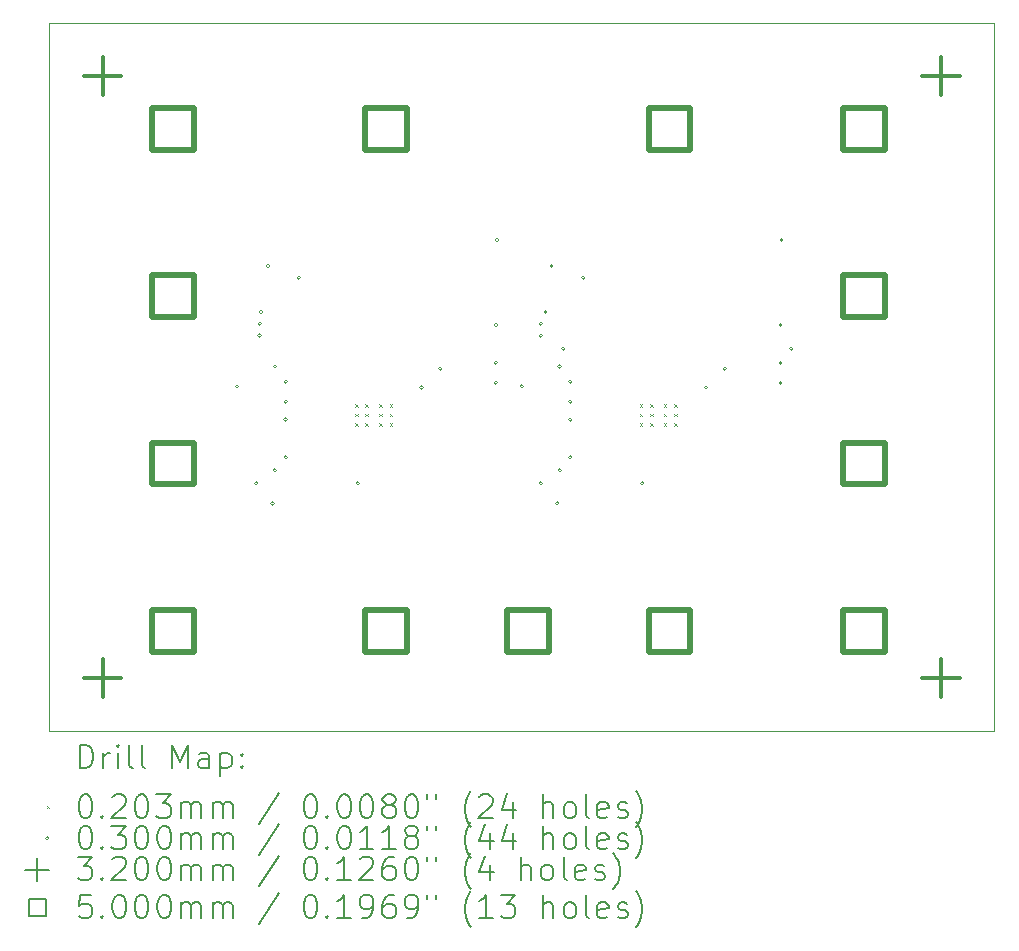
<source format=gbr>
%TF.GenerationSoftware,KiCad,Pcbnew,9.0.4*%
%TF.CreationDate,2025-10-02T00:25:32-07:00*%
%TF.ProjectId,PowerBoard,506f7765-7242-46f6-9172-642e6b696361,1*%
%TF.SameCoordinates,Original*%
%TF.FileFunction,Drillmap*%
%TF.FilePolarity,Positive*%
%FSLAX45Y45*%
G04 Gerber Fmt 4.5, Leading zero omitted, Abs format (unit mm)*
G04 Created by KiCad (PCBNEW 9.0.4) date 2025-10-02 00:25:32*
%MOMM*%
%LPD*%
G01*
G04 APERTURE LIST*
%ADD10C,0.050000*%
%ADD11C,0.200000*%
%ADD12C,0.100000*%
%ADD13C,0.320000*%
%ADD14C,0.500000*%
G04 APERTURE END LIST*
D10*
X10800000Y-7250000D02*
X18800000Y-7250000D01*
X18800000Y-13250000D01*
X10800000Y-13250000D01*
X10800000Y-7250000D01*
D11*
D12*
X13390485Y-10480515D02*
X13410805Y-10500835D01*
X13410805Y-10480515D02*
X13390485Y-10500835D01*
X13390485Y-10560515D02*
X13410805Y-10580835D01*
X13410805Y-10560515D02*
X13390485Y-10580835D01*
X13390485Y-10640515D02*
X13410805Y-10660835D01*
X13410805Y-10640515D02*
X13390485Y-10660835D01*
X13476485Y-10480515D02*
X13496805Y-10500835D01*
X13496805Y-10480515D02*
X13476485Y-10500835D01*
X13476485Y-10560515D02*
X13496805Y-10580835D01*
X13496805Y-10560515D02*
X13476485Y-10580835D01*
X13476485Y-10640515D02*
X13496805Y-10660835D01*
X13496805Y-10640515D02*
X13476485Y-10660835D01*
X13594484Y-10480515D02*
X13614804Y-10500835D01*
X13614804Y-10480515D02*
X13594484Y-10500835D01*
X13594484Y-10560515D02*
X13614804Y-10580835D01*
X13614804Y-10560515D02*
X13594484Y-10580835D01*
X13594484Y-10640515D02*
X13614804Y-10660835D01*
X13614804Y-10640515D02*
X13594484Y-10660835D01*
X13680485Y-10480515D02*
X13700805Y-10500835D01*
X13700805Y-10480515D02*
X13680485Y-10500835D01*
X13680485Y-10560515D02*
X13700805Y-10580835D01*
X13700805Y-10560515D02*
X13680485Y-10580835D01*
X13680485Y-10640515D02*
X13700805Y-10660835D01*
X13700805Y-10640515D02*
X13680485Y-10660835D01*
X15800485Y-10480515D02*
X15820805Y-10500835D01*
X15820805Y-10480515D02*
X15800485Y-10500835D01*
X15800485Y-10560515D02*
X15820805Y-10580835D01*
X15820805Y-10560515D02*
X15800485Y-10580835D01*
X15800485Y-10640515D02*
X15820805Y-10660835D01*
X15820805Y-10640515D02*
X15800485Y-10660835D01*
X15886485Y-10480515D02*
X15906805Y-10500835D01*
X15906805Y-10480515D02*
X15886485Y-10500835D01*
X15886485Y-10560515D02*
X15906805Y-10580835D01*
X15906805Y-10560515D02*
X15886485Y-10580835D01*
X15886485Y-10640515D02*
X15906805Y-10660835D01*
X15906805Y-10640515D02*
X15886485Y-10660835D01*
X16004484Y-10480515D02*
X16024804Y-10500835D01*
X16024804Y-10480515D02*
X16004484Y-10500835D01*
X16004484Y-10560515D02*
X16024804Y-10580835D01*
X16024804Y-10560515D02*
X16004484Y-10580835D01*
X16004484Y-10640515D02*
X16024804Y-10660835D01*
X16024804Y-10640515D02*
X16004484Y-10660835D01*
X16090485Y-10480515D02*
X16110805Y-10500835D01*
X16110805Y-10480515D02*
X16090485Y-10500835D01*
X16090485Y-10560515D02*
X16110805Y-10580835D01*
X16110805Y-10560515D02*
X16090485Y-10580835D01*
X16090485Y-10640515D02*
X16110805Y-10660835D01*
X16110805Y-10640515D02*
X16090485Y-10660835D01*
X12405000Y-10330000D02*
G75*
G02*
X12375000Y-10330000I-15000J0D01*
G01*
X12375000Y-10330000D02*
G75*
G02*
X12405000Y-10330000I15000J0D01*
G01*
X12565000Y-11150000D02*
G75*
G02*
X12535000Y-11150000I-15000J0D01*
G01*
X12535000Y-11150000D02*
G75*
G02*
X12565000Y-11150000I15000J0D01*
G01*
X12595000Y-9800000D02*
G75*
G02*
X12565000Y-9800000I-15000J0D01*
G01*
X12565000Y-9800000D02*
G75*
G02*
X12595000Y-9800000I15000J0D01*
G01*
X12595000Y-9900000D02*
G75*
G02*
X12565000Y-9900000I-15000J0D01*
G01*
X12565000Y-9900000D02*
G75*
G02*
X12595000Y-9900000I15000J0D01*
G01*
X12605000Y-9700000D02*
G75*
G02*
X12575000Y-9700000I-15000J0D01*
G01*
X12575000Y-9700000D02*
G75*
G02*
X12605000Y-9700000I15000J0D01*
G01*
X12665000Y-9310000D02*
G75*
G02*
X12635000Y-9310000I-15000J0D01*
G01*
X12635000Y-9310000D02*
G75*
G02*
X12665000Y-9310000I15000J0D01*
G01*
X12705000Y-11320000D02*
G75*
G02*
X12675000Y-11320000I-15000J0D01*
G01*
X12675000Y-11320000D02*
G75*
G02*
X12705000Y-11320000I15000J0D01*
G01*
X12725000Y-10160000D02*
G75*
G02*
X12695000Y-10160000I-15000J0D01*
G01*
X12695000Y-10160000D02*
G75*
G02*
X12725000Y-10160000I15000J0D01*
G01*
X12725000Y-11040000D02*
G75*
G02*
X12695000Y-11040000I-15000J0D01*
G01*
X12695000Y-11040000D02*
G75*
G02*
X12725000Y-11040000I15000J0D01*
G01*
X12815000Y-10290000D02*
G75*
G02*
X12785000Y-10290000I-15000J0D01*
G01*
X12785000Y-10290000D02*
G75*
G02*
X12815000Y-10290000I15000J0D01*
G01*
X12815000Y-10460000D02*
G75*
G02*
X12785000Y-10460000I-15000J0D01*
G01*
X12785000Y-10460000D02*
G75*
G02*
X12815000Y-10460000I15000J0D01*
G01*
X12815000Y-10610000D02*
G75*
G02*
X12785000Y-10610000I-15000J0D01*
G01*
X12785000Y-10610000D02*
G75*
G02*
X12815000Y-10610000I15000J0D01*
G01*
X12815000Y-10930000D02*
G75*
G02*
X12785000Y-10930000I-15000J0D01*
G01*
X12785000Y-10930000D02*
G75*
G02*
X12815000Y-10930000I15000J0D01*
G01*
X12926645Y-9410000D02*
G75*
G02*
X12896645Y-9410000I-15000J0D01*
G01*
X12896645Y-9410000D02*
G75*
G02*
X12926645Y-9410000I15000J0D01*
G01*
X13425000Y-11150000D02*
G75*
G02*
X13395000Y-11150000I-15000J0D01*
G01*
X13395000Y-11150000D02*
G75*
G02*
X13425000Y-11150000I15000J0D01*
G01*
X13965000Y-10340000D02*
G75*
G02*
X13935000Y-10340000I-15000J0D01*
G01*
X13935000Y-10340000D02*
G75*
G02*
X13965000Y-10340000I15000J0D01*
G01*
X14125000Y-10180000D02*
G75*
G02*
X14095000Y-10180000I-15000J0D01*
G01*
X14095000Y-10180000D02*
G75*
G02*
X14125000Y-10180000I15000J0D01*
G01*
X14595000Y-9810000D02*
G75*
G02*
X14565000Y-9810000I-15000J0D01*
G01*
X14565000Y-9810000D02*
G75*
G02*
X14595000Y-9810000I15000J0D01*
G01*
X14595000Y-10130000D02*
G75*
G02*
X14565000Y-10130000I-15000J0D01*
G01*
X14565000Y-10130000D02*
G75*
G02*
X14595000Y-10130000I15000J0D01*
G01*
X14595000Y-10300000D02*
G75*
G02*
X14565000Y-10300000I-15000J0D01*
G01*
X14565000Y-10300000D02*
G75*
G02*
X14595000Y-10300000I15000J0D01*
G01*
X14605000Y-9090000D02*
G75*
G02*
X14575000Y-9090000I-15000J0D01*
G01*
X14575000Y-9090000D02*
G75*
G02*
X14605000Y-9090000I15000J0D01*
G01*
X14815000Y-10330000D02*
G75*
G02*
X14785000Y-10330000I-15000J0D01*
G01*
X14785000Y-10330000D02*
G75*
G02*
X14815000Y-10330000I15000J0D01*
G01*
X14975000Y-9800000D02*
G75*
G02*
X14945000Y-9800000I-15000J0D01*
G01*
X14945000Y-9800000D02*
G75*
G02*
X14975000Y-9800000I15000J0D01*
G01*
X14975000Y-9900000D02*
G75*
G02*
X14945000Y-9900000I-15000J0D01*
G01*
X14945000Y-9900000D02*
G75*
G02*
X14975000Y-9900000I15000J0D01*
G01*
X14975000Y-11150000D02*
G75*
G02*
X14945000Y-11150000I-15000J0D01*
G01*
X14945000Y-11150000D02*
G75*
G02*
X14975000Y-11150000I15000J0D01*
G01*
X15015000Y-9700000D02*
G75*
G02*
X14985000Y-9700000I-15000J0D01*
G01*
X14985000Y-9700000D02*
G75*
G02*
X15015000Y-9700000I15000J0D01*
G01*
X15065000Y-9310000D02*
G75*
G02*
X15035000Y-9310000I-15000J0D01*
G01*
X15035000Y-9310000D02*
G75*
G02*
X15065000Y-9310000I15000J0D01*
G01*
X15115000Y-11320000D02*
G75*
G02*
X15085000Y-11320000I-15000J0D01*
G01*
X15085000Y-11320000D02*
G75*
G02*
X15115000Y-11320000I15000J0D01*
G01*
X15135000Y-10160000D02*
G75*
G02*
X15105000Y-10160000I-15000J0D01*
G01*
X15105000Y-10160000D02*
G75*
G02*
X15135000Y-10160000I15000J0D01*
G01*
X15135000Y-11040000D02*
G75*
G02*
X15105000Y-11040000I-15000J0D01*
G01*
X15105000Y-11040000D02*
G75*
G02*
X15135000Y-11040000I15000J0D01*
G01*
X15165000Y-10010000D02*
G75*
G02*
X15135000Y-10010000I-15000J0D01*
G01*
X15135000Y-10010000D02*
G75*
G02*
X15165000Y-10010000I15000J0D01*
G01*
X15225000Y-10290000D02*
G75*
G02*
X15195000Y-10290000I-15000J0D01*
G01*
X15195000Y-10290000D02*
G75*
G02*
X15225000Y-10290000I15000J0D01*
G01*
X15225000Y-10460000D02*
G75*
G02*
X15195000Y-10460000I-15000J0D01*
G01*
X15195000Y-10460000D02*
G75*
G02*
X15225000Y-10460000I15000J0D01*
G01*
X15225000Y-10610000D02*
G75*
G02*
X15195000Y-10610000I-15000J0D01*
G01*
X15195000Y-10610000D02*
G75*
G02*
X15225000Y-10610000I15000J0D01*
G01*
X15225000Y-10930000D02*
G75*
G02*
X15195000Y-10930000I-15000J0D01*
G01*
X15195000Y-10930000D02*
G75*
G02*
X15225000Y-10930000I15000J0D01*
G01*
X15336645Y-9410000D02*
G75*
G02*
X15306645Y-9410000I-15000J0D01*
G01*
X15306645Y-9410000D02*
G75*
G02*
X15336645Y-9410000I15000J0D01*
G01*
X15835000Y-11150000D02*
G75*
G02*
X15805000Y-11150000I-15000J0D01*
G01*
X15805000Y-11150000D02*
G75*
G02*
X15835000Y-11150000I15000J0D01*
G01*
X16375000Y-10340000D02*
G75*
G02*
X16345000Y-10340000I-15000J0D01*
G01*
X16345000Y-10340000D02*
G75*
G02*
X16375000Y-10340000I15000J0D01*
G01*
X16535000Y-10180000D02*
G75*
G02*
X16505000Y-10180000I-15000J0D01*
G01*
X16505000Y-10180000D02*
G75*
G02*
X16535000Y-10180000I15000J0D01*
G01*
X17005000Y-9810000D02*
G75*
G02*
X16975000Y-9810000I-15000J0D01*
G01*
X16975000Y-9810000D02*
G75*
G02*
X17005000Y-9810000I15000J0D01*
G01*
X17005000Y-10130000D02*
G75*
G02*
X16975000Y-10130000I-15000J0D01*
G01*
X16975000Y-10130000D02*
G75*
G02*
X17005000Y-10130000I15000J0D01*
G01*
X17005000Y-10300000D02*
G75*
G02*
X16975000Y-10300000I-15000J0D01*
G01*
X16975000Y-10300000D02*
G75*
G02*
X17005000Y-10300000I15000J0D01*
G01*
X17015000Y-9090000D02*
G75*
G02*
X16985000Y-9090000I-15000J0D01*
G01*
X16985000Y-9090000D02*
G75*
G02*
X17015000Y-9090000I15000J0D01*
G01*
X17095000Y-10010000D02*
G75*
G02*
X17065000Y-10010000I-15000J0D01*
G01*
X17065000Y-10010000D02*
G75*
G02*
X17095000Y-10010000I15000J0D01*
G01*
D13*
X11250000Y-7540000D02*
X11250000Y-7860000D01*
X11090000Y-7700000D02*
X11410000Y-7700000D01*
X11250000Y-12640000D02*
X11250000Y-12960000D01*
X11090000Y-12800000D02*
X11410000Y-12800000D01*
X18350000Y-7540000D02*
X18350000Y-7860000D01*
X18190000Y-7700000D02*
X18510000Y-7700000D01*
X18350000Y-12640000D02*
X18350000Y-12960000D01*
X18190000Y-12800000D02*
X18510000Y-12800000D01*
D14*
X12026778Y-8326778D02*
X12026778Y-7973222D01*
X11673222Y-7973222D01*
X11673222Y-8326778D01*
X12026778Y-8326778D01*
X12026778Y-9743445D02*
X12026778Y-9389888D01*
X11673222Y-9389888D01*
X11673222Y-9743445D01*
X12026778Y-9743445D01*
X12026778Y-11160112D02*
X12026778Y-10806555D01*
X11673222Y-10806555D01*
X11673222Y-11160112D01*
X12026778Y-11160112D01*
X12026778Y-12576778D02*
X12026778Y-12223222D01*
X11673222Y-12223222D01*
X11673222Y-12576778D01*
X12026778Y-12576778D01*
X13826778Y-8326778D02*
X13826778Y-7973222D01*
X13473222Y-7973222D01*
X13473222Y-8326778D01*
X13826778Y-8326778D01*
X13826778Y-12576778D02*
X13826778Y-12223222D01*
X13473222Y-12223222D01*
X13473222Y-12576778D01*
X13826778Y-12576778D01*
X15026778Y-12576778D02*
X15026778Y-12223222D01*
X14673222Y-12223222D01*
X14673222Y-12576778D01*
X15026778Y-12576778D01*
X16226778Y-8326778D02*
X16226778Y-7973222D01*
X15873222Y-7973222D01*
X15873222Y-8326778D01*
X16226778Y-8326778D01*
X16226778Y-12576778D02*
X16226778Y-12223222D01*
X15873222Y-12223222D01*
X15873222Y-12576778D01*
X16226778Y-12576778D01*
X17876778Y-8326778D02*
X17876778Y-7973222D01*
X17523222Y-7973222D01*
X17523222Y-8326778D01*
X17876778Y-8326778D01*
X17876778Y-9743445D02*
X17876778Y-9389888D01*
X17523222Y-9389888D01*
X17523222Y-9743445D01*
X17876778Y-9743445D01*
X17876778Y-11160112D02*
X17876778Y-10806555D01*
X17523222Y-10806555D01*
X17523222Y-11160112D01*
X17876778Y-11160112D01*
X17876778Y-12576778D02*
X17876778Y-12223222D01*
X17523222Y-12223222D01*
X17523222Y-12576778D01*
X17876778Y-12576778D01*
D11*
X11058277Y-13563984D02*
X11058277Y-13363984D01*
X11058277Y-13363984D02*
X11105896Y-13363984D01*
X11105896Y-13363984D02*
X11134467Y-13373508D01*
X11134467Y-13373508D02*
X11153515Y-13392555D01*
X11153515Y-13392555D02*
X11163039Y-13411603D01*
X11163039Y-13411603D02*
X11172563Y-13449698D01*
X11172563Y-13449698D02*
X11172563Y-13478269D01*
X11172563Y-13478269D02*
X11163039Y-13516365D01*
X11163039Y-13516365D02*
X11153515Y-13535412D01*
X11153515Y-13535412D02*
X11134467Y-13554460D01*
X11134467Y-13554460D02*
X11105896Y-13563984D01*
X11105896Y-13563984D02*
X11058277Y-13563984D01*
X11258277Y-13563984D02*
X11258277Y-13430650D01*
X11258277Y-13468746D02*
X11267801Y-13449698D01*
X11267801Y-13449698D02*
X11277324Y-13440174D01*
X11277324Y-13440174D02*
X11296372Y-13430650D01*
X11296372Y-13430650D02*
X11315420Y-13430650D01*
X11382086Y-13563984D02*
X11382086Y-13430650D01*
X11382086Y-13363984D02*
X11372562Y-13373508D01*
X11372562Y-13373508D02*
X11382086Y-13383031D01*
X11382086Y-13383031D02*
X11391610Y-13373508D01*
X11391610Y-13373508D02*
X11382086Y-13363984D01*
X11382086Y-13363984D02*
X11382086Y-13383031D01*
X11505896Y-13563984D02*
X11486848Y-13554460D01*
X11486848Y-13554460D02*
X11477324Y-13535412D01*
X11477324Y-13535412D02*
X11477324Y-13363984D01*
X11610658Y-13563984D02*
X11591610Y-13554460D01*
X11591610Y-13554460D02*
X11582086Y-13535412D01*
X11582086Y-13535412D02*
X11582086Y-13363984D01*
X11839229Y-13563984D02*
X11839229Y-13363984D01*
X11839229Y-13363984D02*
X11905896Y-13506841D01*
X11905896Y-13506841D02*
X11972562Y-13363984D01*
X11972562Y-13363984D02*
X11972562Y-13563984D01*
X12153515Y-13563984D02*
X12153515Y-13459222D01*
X12153515Y-13459222D02*
X12143991Y-13440174D01*
X12143991Y-13440174D02*
X12124943Y-13430650D01*
X12124943Y-13430650D02*
X12086848Y-13430650D01*
X12086848Y-13430650D02*
X12067801Y-13440174D01*
X12153515Y-13554460D02*
X12134467Y-13563984D01*
X12134467Y-13563984D02*
X12086848Y-13563984D01*
X12086848Y-13563984D02*
X12067801Y-13554460D01*
X12067801Y-13554460D02*
X12058277Y-13535412D01*
X12058277Y-13535412D02*
X12058277Y-13516365D01*
X12058277Y-13516365D02*
X12067801Y-13497317D01*
X12067801Y-13497317D02*
X12086848Y-13487793D01*
X12086848Y-13487793D02*
X12134467Y-13487793D01*
X12134467Y-13487793D02*
X12153515Y-13478269D01*
X12248753Y-13430650D02*
X12248753Y-13630650D01*
X12248753Y-13440174D02*
X12267801Y-13430650D01*
X12267801Y-13430650D02*
X12305896Y-13430650D01*
X12305896Y-13430650D02*
X12324943Y-13440174D01*
X12324943Y-13440174D02*
X12334467Y-13449698D01*
X12334467Y-13449698D02*
X12343991Y-13468746D01*
X12343991Y-13468746D02*
X12343991Y-13525888D01*
X12343991Y-13525888D02*
X12334467Y-13544936D01*
X12334467Y-13544936D02*
X12324943Y-13554460D01*
X12324943Y-13554460D02*
X12305896Y-13563984D01*
X12305896Y-13563984D02*
X12267801Y-13563984D01*
X12267801Y-13563984D02*
X12248753Y-13554460D01*
X12429705Y-13544936D02*
X12439229Y-13554460D01*
X12439229Y-13554460D02*
X12429705Y-13563984D01*
X12429705Y-13563984D02*
X12420182Y-13554460D01*
X12420182Y-13554460D02*
X12429705Y-13544936D01*
X12429705Y-13544936D02*
X12429705Y-13563984D01*
X12429705Y-13440174D02*
X12439229Y-13449698D01*
X12439229Y-13449698D02*
X12429705Y-13459222D01*
X12429705Y-13459222D02*
X12420182Y-13449698D01*
X12420182Y-13449698D02*
X12429705Y-13440174D01*
X12429705Y-13440174D02*
X12429705Y-13459222D01*
D12*
X10777180Y-13882340D02*
X10797500Y-13902660D01*
X10797500Y-13882340D02*
X10777180Y-13902660D01*
D11*
X11096372Y-13783984D02*
X11115420Y-13783984D01*
X11115420Y-13783984D02*
X11134467Y-13793508D01*
X11134467Y-13793508D02*
X11143991Y-13803031D01*
X11143991Y-13803031D02*
X11153515Y-13822079D01*
X11153515Y-13822079D02*
X11163039Y-13860174D01*
X11163039Y-13860174D02*
X11163039Y-13907793D01*
X11163039Y-13907793D02*
X11153515Y-13945888D01*
X11153515Y-13945888D02*
X11143991Y-13964936D01*
X11143991Y-13964936D02*
X11134467Y-13974460D01*
X11134467Y-13974460D02*
X11115420Y-13983984D01*
X11115420Y-13983984D02*
X11096372Y-13983984D01*
X11096372Y-13983984D02*
X11077324Y-13974460D01*
X11077324Y-13974460D02*
X11067801Y-13964936D01*
X11067801Y-13964936D02*
X11058277Y-13945888D01*
X11058277Y-13945888D02*
X11048753Y-13907793D01*
X11048753Y-13907793D02*
X11048753Y-13860174D01*
X11048753Y-13860174D02*
X11058277Y-13822079D01*
X11058277Y-13822079D02*
X11067801Y-13803031D01*
X11067801Y-13803031D02*
X11077324Y-13793508D01*
X11077324Y-13793508D02*
X11096372Y-13783984D01*
X11248753Y-13964936D02*
X11258277Y-13974460D01*
X11258277Y-13974460D02*
X11248753Y-13983984D01*
X11248753Y-13983984D02*
X11239229Y-13974460D01*
X11239229Y-13974460D02*
X11248753Y-13964936D01*
X11248753Y-13964936D02*
X11248753Y-13983984D01*
X11334467Y-13803031D02*
X11343991Y-13793508D01*
X11343991Y-13793508D02*
X11363039Y-13783984D01*
X11363039Y-13783984D02*
X11410658Y-13783984D01*
X11410658Y-13783984D02*
X11429705Y-13793508D01*
X11429705Y-13793508D02*
X11439229Y-13803031D01*
X11439229Y-13803031D02*
X11448753Y-13822079D01*
X11448753Y-13822079D02*
X11448753Y-13841127D01*
X11448753Y-13841127D02*
X11439229Y-13869698D01*
X11439229Y-13869698D02*
X11324943Y-13983984D01*
X11324943Y-13983984D02*
X11448753Y-13983984D01*
X11572562Y-13783984D02*
X11591610Y-13783984D01*
X11591610Y-13783984D02*
X11610658Y-13793508D01*
X11610658Y-13793508D02*
X11620182Y-13803031D01*
X11620182Y-13803031D02*
X11629705Y-13822079D01*
X11629705Y-13822079D02*
X11639229Y-13860174D01*
X11639229Y-13860174D02*
X11639229Y-13907793D01*
X11639229Y-13907793D02*
X11629705Y-13945888D01*
X11629705Y-13945888D02*
X11620182Y-13964936D01*
X11620182Y-13964936D02*
X11610658Y-13974460D01*
X11610658Y-13974460D02*
X11591610Y-13983984D01*
X11591610Y-13983984D02*
X11572562Y-13983984D01*
X11572562Y-13983984D02*
X11553515Y-13974460D01*
X11553515Y-13974460D02*
X11543991Y-13964936D01*
X11543991Y-13964936D02*
X11534467Y-13945888D01*
X11534467Y-13945888D02*
X11524943Y-13907793D01*
X11524943Y-13907793D02*
X11524943Y-13860174D01*
X11524943Y-13860174D02*
X11534467Y-13822079D01*
X11534467Y-13822079D02*
X11543991Y-13803031D01*
X11543991Y-13803031D02*
X11553515Y-13793508D01*
X11553515Y-13793508D02*
X11572562Y-13783984D01*
X11705896Y-13783984D02*
X11829705Y-13783984D01*
X11829705Y-13783984D02*
X11763039Y-13860174D01*
X11763039Y-13860174D02*
X11791610Y-13860174D01*
X11791610Y-13860174D02*
X11810658Y-13869698D01*
X11810658Y-13869698D02*
X11820182Y-13879222D01*
X11820182Y-13879222D02*
X11829705Y-13898269D01*
X11829705Y-13898269D02*
X11829705Y-13945888D01*
X11829705Y-13945888D02*
X11820182Y-13964936D01*
X11820182Y-13964936D02*
X11810658Y-13974460D01*
X11810658Y-13974460D02*
X11791610Y-13983984D01*
X11791610Y-13983984D02*
X11734467Y-13983984D01*
X11734467Y-13983984D02*
X11715420Y-13974460D01*
X11715420Y-13974460D02*
X11705896Y-13964936D01*
X11915420Y-13983984D02*
X11915420Y-13850650D01*
X11915420Y-13869698D02*
X11924943Y-13860174D01*
X11924943Y-13860174D02*
X11943991Y-13850650D01*
X11943991Y-13850650D02*
X11972563Y-13850650D01*
X11972563Y-13850650D02*
X11991610Y-13860174D01*
X11991610Y-13860174D02*
X12001134Y-13879222D01*
X12001134Y-13879222D02*
X12001134Y-13983984D01*
X12001134Y-13879222D02*
X12010658Y-13860174D01*
X12010658Y-13860174D02*
X12029705Y-13850650D01*
X12029705Y-13850650D02*
X12058277Y-13850650D01*
X12058277Y-13850650D02*
X12077324Y-13860174D01*
X12077324Y-13860174D02*
X12086848Y-13879222D01*
X12086848Y-13879222D02*
X12086848Y-13983984D01*
X12182086Y-13983984D02*
X12182086Y-13850650D01*
X12182086Y-13869698D02*
X12191610Y-13860174D01*
X12191610Y-13860174D02*
X12210658Y-13850650D01*
X12210658Y-13850650D02*
X12239229Y-13850650D01*
X12239229Y-13850650D02*
X12258277Y-13860174D01*
X12258277Y-13860174D02*
X12267801Y-13879222D01*
X12267801Y-13879222D02*
X12267801Y-13983984D01*
X12267801Y-13879222D02*
X12277324Y-13860174D01*
X12277324Y-13860174D02*
X12296372Y-13850650D01*
X12296372Y-13850650D02*
X12324943Y-13850650D01*
X12324943Y-13850650D02*
X12343991Y-13860174D01*
X12343991Y-13860174D02*
X12353515Y-13879222D01*
X12353515Y-13879222D02*
X12353515Y-13983984D01*
X12743991Y-13774460D02*
X12572563Y-14031603D01*
X13001134Y-13783984D02*
X13020182Y-13783984D01*
X13020182Y-13783984D02*
X13039229Y-13793508D01*
X13039229Y-13793508D02*
X13048753Y-13803031D01*
X13048753Y-13803031D02*
X13058277Y-13822079D01*
X13058277Y-13822079D02*
X13067801Y-13860174D01*
X13067801Y-13860174D02*
X13067801Y-13907793D01*
X13067801Y-13907793D02*
X13058277Y-13945888D01*
X13058277Y-13945888D02*
X13048753Y-13964936D01*
X13048753Y-13964936D02*
X13039229Y-13974460D01*
X13039229Y-13974460D02*
X13020182Y-13983984D01*
X13020182Y-13983984D02*
X13001134Y-13983984D01*
X13001134Y-13983984D02*
X12982086Y-13974460D01*
X12982086Y-13974460D02*
X12972563Y-13964936D01*
X12972563Y-13964936D02*
X12963039Y-13945888D01*
X12963039Y-13945888D02*
X12953515Y-13907793D01*
X12953515Y-13907793D02*
X12953515Y-13860174D01*
X12953515Y-13860174D02*
X12963039Y-13822079D01*
X12963039Y-13822079D02*
X12972563Y-13803031D01*
X12972563Y-13803031D02*
X12982086Y-13793508D01*
X12982086Y-13793508D02*
X13001134Y-13783984D01*
X13153515Y-13964936D02*
X13163039Y-13974460D01*
X13163039Y-13974460D02*
X13153515Y-13983984D01*
X13153515Y-13983984D02*
X13143991Y-13974460D01*
X13143991Y-13974460D02*
X13153515Y-13964936D01*
X13153515Y-13964936D02*
X13153515Y-13983984D01*
X13286848Y-13783984D02*
X13305896Y-13783984D01*
X13305896Y-13783984D02*
X13324944Y-13793508D01*
X13324944Y-13793508D02*
X13334467Y-13803031D01*
X13334467Y-13803031D02*
X13343991Y-13822079D01*
X13343991Y-13822079D02*
X13353515Y-13860174D01*
X13353515Y-13860174D02*
X13353515Y-13907793D01*
X13353515Y-13907793D02*
X13343991Y-13945888D01*
X13343991Y-13945888D02*
X13334467Y-13964936D01*
X13334467Y-13964936D02*
X13324944Y-13974460D01*
X13324944Y-13974460D02*
X13305896Y-13983984D01*
X13305896Y-13983984D02*
X13286848Y-13983984D01*
X13286848Y-13983984D02*
X13267801Y-13974460D01*
X13267801Y-13974460D02*
X13258277Y-13964936D01*
X13258277Y-13964936D02*
X13248753Y-13945888D01*
X13248753Y-13945888D02*
X13239229Y-13907793D01*
X13239229Y-13907793D02*
X13239229Y-13860174D01*
X13239229Y-13860174D02*
X13248753Y-13822079D01*
X13248753Y-13822079D02*
X13258277Y-13803031D01*
X13258277Y-13803031D02*
X13267801Y-13793508D01*
X13267801Y-13793508D02*
X13286848Y-13783984D01*
X13477325Y-13783984D02*
X13496372Y-13783984D01*
X13496372Y-13783984D02*
X13515420Y-13793508D01*
X13515420Y-13793508D02*
X13524944Y-13803031D01*
X13524944Y-13803031D02*
X13534467Y-13822079D01*
X13534467Y-13822079D02*
X13543991Y-13860174D01*
X13543991Y-13860174D02*
X13543991Y-13907793D01*
X13543991Y-13907793D02*
X13534467Y-13945888D01*
X13534467Y-13945888D02*
X13524944Y-13964936D01*
X13524944Y-13964936D02*
X13515420Y-13974460D01*
X13515420Y-13974460D02*
X13496372Y-13983984D01*
X13496372Y-13983984D02*
X13477325Y-13983984D01*
X13477325Y-13983984D02*
X13458277Y-13974460D01*
X13458277Y-13974460D02*
X13448753Y-13964936D01*
X13448753Y-13964936D02*
X13439229Y-13945888D01*
X13439229Y-13945888D02*
X13429706Y-13907793D01*
X13429706Y-13907793D02*
X13429706Y-13860174D01*
X13429706Y-13860174D02*
X13439229Y-13822079D01*
X13439229Y-13822079D02*
X13448753Y-13803031D01*
X13448753Y-13803031D02*
X13458277Y-13793508D01*
X13458277Y-13793508D02*
X13477325Y-13783984D01*
X13658277Y-13869698D02*
X13639229Y-13860174D01*
X13639229Y-13860174D02*
X13629706Y-13850650D01*
X13629706Y-13850650D02*
X13620182Y-13831603D01*
X13620182Y-13831603D02*
X13620182Y-13822079D01*
X13620182Y-13822079D02*
X13629706Y-13803031D01*
X13629706Y-13803031D02*
X13639229Y-13793508D01*
X13639229Y-13793508D02*
X13658277Y-13783984D01*
X13658277Y-13783984D02*
X13696372Y-13783984D01*
X13696372Y-13783984D02*
X13715420Y-13793508D01*
X13715420Y-13793508D02*
X13724944Y-13803031D01*
X13724944Y-13803031D02*
X13734467Y-13822079D01*
X13734467Y-13822079D02*
X13734467Y-13831603D01*
X13734467Y-13831603D02*
X13724944Y-13850650D01*
X13724944Y-13850650D02*
X13715420Y-13860174D01*
X13715420Y-13860174D02*
X13696372Y-13869698D01*
X13696372Y-13869698D02*
X13658277Y-13869698D01*
X13658277Y-13869698D02*
X13639229Y-13879222D01*
X13639229Y-13879222D02*
X13629706Y-13888746D01*
X13629706Y-13888746D02*
X13620182Y-13907793D01*
X13620182Y-13907793D02*
X13620182Y-13945888D01*
X13620182Y-13945888D02*
X13629706Y-13964936D01*
X13629706Y-13964936D02*
X13639229Y-13974460D01*
X13639229Y-13974460D02*
X13658277Y-13983984D01*
X13658277Y-13983984D02*
X13696372Y-13983984D01*
X13696372Y-13983984D02*
X13715420Y-13974460D01*
X13715420Y-13974460D02*
X13724944Y-13964936D01*
X13724944Y-13964936D02*
X13734467Y-13945888D01*
X13734467Y-13945888D02*
X13734467Y-13907793D01*
X13734467Y-13907793D02*
X13724944Y-13888746D01*
X13724944Y-13888746D02*
X13715420Y-13879222D01*
X13715420Y-13879222D02*
X13696372Y-13869698D01*
X13858277Y-13783984D02*
X13877325Y-13783984D01*
X13877325Y-13783984D02*
X13896372Y-13793508D01*
X13896372Y-13793508D02*
X13905896Y-13803031D01*
X13905896Y-13803031D02*
X13915420Y-13822079D01*
X13915420Y-13822079D02*
X13924944Y-13860174D01*
X13924944Y-13860174D02*
X13924944Y-13907793D01*
X13924944Y-13907793D02*
X13915420Y-13945888D01*
X13915420Y-13945888D02*
X13905896Y-13964936D01*
X13905896Y-13964936D02*
X13896372Y-13974460D01*
X13896372Y-13974460D02*
X13877325Y-13983984D01*
X13877325Y-13983984D02*
X13858277Y-13983984D01*
X13858277Y-13983984D02*
X13839229Y-13974460D01*
X13839229Y-13974460D02*
X13829706Y-13964936D01*
X13829706Y-13964936D02*
X13820182Y-13945888D01*
X13820182Y-13945888D02*
X13810658Y-13907793D01*
X13810658Y-13907793D02*
X13810658Y-13860174D01*
X13810658Y-13860174D02*
X13820182Y-13822079D01*
X13820182Y-13822079D02*
X13829706Y-13803031D01*
X13829706Y-13803031D02*
X13839229Y-13793508D01*
X13839229Y-13793508D02*
X13858277Y-13783984D01*
X14001134Y-13783984D02*
X14001134Y-13822079D01*
X14077325Y-13783984D02*
X14077325Y-13822079D01*
X14372563Y-14060174D02*
X14363039Y-14050650D01*
X14363039Y-14050650D02*
X14343991Y-14022079D01*
X14343991Y-14022079D02*
X14334468Y-14003031D01*
X14334468Y-14003031D02*
X14324944Y-13974460D01*
X14324944Y-13974460D02*
X14315420Y-13926841D01*
X14315420Y-13926841D02*
X14315420Y-13888746D01*
X14315420Y-13888746D02*
X14324944Y-13841127D01*
X14324944Y-13841127D02*
X14334468Y-13812555D01*
X14334468Y-13812555D02*
X14343991Y-13793508D01*
X14343991Y-13793508D02*
X14363039Y-13764936D01*
X14363039Y-13764936D02*
X14372563Y-13755412D01*
X14439229Y-13803031D02*
X14448753Y-13793508D01*
X14448753Y-13793508D02*
X14467801Y-13783984D01*
X14467801Y-13783984D02*
X14515420Y-13783984D01*
X14515420Y-13783984D02*
X14534468Y-13793508D01*
X14534468Y-13793508D02*
X14543991Y-13803031D01*
X14543991Y-13803031D02*
X14553515Y-13822079D01*
X14553515Y-13822079D02*
X14553515Y-13841127D01*
X14553515Y-13841127D02*
X14543991Y-13869698D01*
X14543991Y-13869698D02*
X14429706Y-13983984D01*
X14429706Y-13983984D02*
X14553515Y-13983984D01*
X14724944Y-13850650D02*
X14724944Y-13983984D01*
X14677325Y-13774460D02*
X14629706Y-13917317D01*
X14629706Y-13917317D02*
X14753515Y-13917317D01*
X14982087Y-13983984D02*
X14982087Y-13783984D01*
X15067801Y-13983984D02*
X15067801Y-13879222D01*
X15067801Y-13879222D02*
X15058277Y-13860174D01*
X15058277Y-13860174D02*
X15039230Y-13850650D01*
X15039230Y-13850650D02*
X15010658Y-13850650D01*
X15010658Y-13850650D02*
X14991610Y-13860174D01*
X14991610Y-13860174D02*
X14982087Y-13869698D01*
X15191610Y-13983984D02*
X15172563Y-13974460D01*
X15172563Y-13974460D02*
X15163039Y-13964936D01*
X15163039Y-13964936D02*
X15153515Y-13945888D01*
X15153515Y-13945888D02*
X15153515Y-13888746D01*
X15153515Y-13888746D02*
X15163039Y-13869698D01*
X15163039Y-13869698D02*
X15172563Y-13860174D01*
X15172563Y-13860174D02*
X15191610Y-13850650D01*
X15191610Y-13850650D02*
X15220182Y-13850650D01*
X15220182Y-13850650D02*
X15239230Y-13860174D01*
X15239230Y-13860174D02*
X15248753Y-13869698D01*
X15248753Y-13869698D02*
X15258277Y-13888746D01*
X15258277Y-13888746D02*
X15258277Y-13945888D01*
X15258277Y-13945888D02*
X15248753Y-13964936D01*
X15248753Y-13964936D02*
X15239230Y-13974460D01*
X15239230Y-13974460D02*
X15220182Y-13983984D01*
X15220182Y-13983984D02*
X15191610Y-13983984D01*
X15372563Y-13983984D02*
X15353515Y-13974460D01*
X15353515Y-13974460D02*
X15343991Y-13955412D01*
X15343991Y-13955412D02*
X15343991Y-13783984D01*
X15524944Y-13974460D02*
X15505896Y-13983984D01*
X15505896Y-13983984D02*
X15467801Y-13983984D01*
X15467801Y-13983984D02*
X15448753Y-13974460D01*
X15448753Y-13974460D02*
X15439230Y-13955412D01*
X15439230Y-13955412D02*
X15439230Y-13879222D01*
X15439230Y-13879222D02*
X15448753Y-13860174D01*
X15448753Y-13860174D02*
X15467801Y-13850650D01*
X15467801Y-13850650D02*
X15505896Y-13850650D01*
X15505896Y-13850650D02*
X15524944Y-13860174D01*
X15524944Y-13860174D02*
X15534468Y-13879222D01*
X15534468Y-13879222D02*
X15534468Y-13898269D01*
X15534468Y-13898269D02*
X15439230Y-13917317D01*
X15610658Y-13974460D02*
X15629706Y-13983984D01*
X15629706Y-13983984D02*
X15667801Y-13983984D01*
X15667801Y-13983984D02*
X15686849Y-13974460D01*
X15686849Y-13974460D02*
X15696372Y-13955412D01*
X15696372Y-13955412D02*
X15696372Y-13945888D01*
X15696372Y-13945888D02*
X15686849Y-13926841D01*
X15686849Y-13926841D02*
X15667801Y-13917317D01*
X15667801Y-13917317D02*
X15639230Y-13917317D01*
X15639230Y-13917317D02*
X15620182Y-13907793D01*
X15620182Y-13907793D02*
X15610658Y-13888746D01*
X15610658Y-13888746D02*
X15610658Y-13879222D01*
X15610658Y-13879222D02*
X15620182Y-13860174D01*
X15620182Y-13860174D02*
X15639230Y-13850650D01*
X15639230Y-13850650D02*
X15667801Y-13850650D01*
X15667801Y-13850650D02*
X15686849Y-13860174D01*
X15763039Y-14060174D02*
X15772563Y-14050650D01*
X15772563Y-14050650D02*
X15791611Y-14022079D01*
X15791611Y-14022079D02*
X15801134Y-14003031D01*
X15801134Y-14003031D02*
X15810658Y-13974460D01*
X15810658Y-13974460D02*
X15820182Y-13926841D01*
X15820182Y-13926841D02*
X15820182Y-13888746D01*
X15820182Y-13888746D02*
X15810658Y-13841127D01*
X15810658Y-13841127D02*
X15801134Y-13812555D01*
X15801134Y-13812555D02*
X15791611Y-13793508D01*
X15791611Y-13793508D02*
X15772563Y-13764936D01*
X15772563Y-13764936D02*
X15763039Y-13755412D01*
D12*
X10797500Y-14156500D02*
G75*
G02*
X10767500Y-14156500I-15000J0D01*
G01*
X10767500Y-14156500D02*
G75*
G02*
X10797500Y-14156500I15000J0D01*
G01*
D11*
X11096372Y-14047984D02*
X11115420Y-14047984D01*
X11115420Y-14047984D02*
X11134467Y-14057508D01*
X11134467Y-14057508D02*
X11143991Y-14067031D01*
X11143991Y-14067031D02*
X11153515Y-14086079D01*
X11153515Y-14086079D02*
X11163039Y-14124174D01*
X11163039Y-14124174D02*
X11163039Y-14171793D01*
X11163039Y-14171793D02*
X11153515Y-14209888D01*
X11153515Y-14209888D02*
X11143991Y-14228936D01*
X11143991Y-14228936D02*
X11134467Y-14238460D01*
X11134467Y-14238460D02*
X11115420Y-14247984D01*
X11115420Y-14247984D02*
X11096372Y-14247984D01*
X11096372Y-14247984D02*
X11077324Y-14238460D01*
X11077324Y-14238460D02*
X11067801Y-14228936D01*
X11067801Y-14228936D02*
X11058277Y-14209888D01*
X11058277Y-14209888D02*
X11048753Y-14171793D01*
X11048753Y-14171793D02*
X11048753Y-14124174D01*
X11048753Y-14124174D02*
X11058277Y-14086079D01*
X11058277Y-14086079D02*
X11067801Y-14067031D01*
X11067801Y-14067031D02*
X11077324Y-14057508D01*
X11077324Y-14057508D02*
X11096372Y-14047984D01*
X11248753Y-14228936D02*
X11258277Y-14238460D01*
X11258277Y-14238460D02*
X11248753Y-14247984D01*
X11248753Y-14247984D02*
X11239229Y-14238460D01*
X11239229Y-14238460D02*
X11248753Y-14228936D01*
X11248753Y-14228936D02*
X11248753Y-14247984D01*
X11324943Y-14047984D02*
X11448753Y-14047984D01*
X11448753Y-14047984D02*
X11382086Y-14124174D01*
X11382086Y-14124174D02*
X11410658Y-14124174D01*
X11410658Y-14124174D02*
X11429705Y-14133698D01*
X11429705Y-14133698D02*
X11439229Y-14143222D01*
X11439229Y-14143222D02*
X11448753Y-14162269D01*
X11448753Y-14162269D02*
X11448753Y-14209888D01*
X11448753Y-14209888D02*
X11439229Y-14228936D01*
X11439229Y-14228936D02*
X11429705Y-14238460D01*
X11429705Y-14238460D02*
X11410658Y-14247984D01*
X11410658Y-14247984D02*
X11353515Y-14247984D01*
X11353515Y-14247984D02*
X11334467Y-14238460D01*
X11334467Y-14238460D02*
X11324943Y-14228936D01*
X11572562Y-14047984D02*
X11591610Y-14047984D01*
X11591610Y-14047984D02*
X11610658Y-14057508D01*
X11610658Y-14057508D02*
X11620182Y-14067031D01*
X11620182Y-14067031D02*
X11629705Y-14086079D01*
X11629705Y-14086079D02*
X11639229Y-14124174D01*
X11639229Y-14124174D02*
X11639229Y-14171793D01*
X11639229Y-14171793D02*
X11629705Y-14209888D01*
X11629705Y-14209888D02*
X11620182Y-14228936D01*
X11620182Y-14228936D02*
X11610658Y-14238460D01*
X11610658Y-14238460D02*
X11591610Y-14247984D01*
X11591610Y-14247984D02*
X11572562Y-14247984D01*
X11572562Y-14247984D02*
X11553515Y-14238460D01*
X11553515Y-14238460D02*
X11543991Y-14228936D01*
X11543991Y-14228936D02*
X11534467Y-14209888D01*
X11534467Y-14209888D02*
X11524943Y-14171793D01*
X11524943Y-14171793D02*
X11524943Y-14124174D01*
X11524943Y-14124174D02*
X11534467Y-14086079D01*
X11534467Y-14086079D02*
X11543991Y-14067031D01*
X11543991Y-14067031D02*
X11553515Y-14057508D01*
X11553515Y-14057508D02*
X11572562Y-14047984D01*
X11763039Y-14047984D02*
X11782086Y-14047984D01*
X11782086Y-14047984D02*
X11801134Y-14057508D01*
X11801134Y-14057508D02*
X11810658Y-14067031D01*
X11810658Y-14067031D02*
X11820182Y-14086079D01*
X11820182Y-14086079D02*
X11829705Y-14124174D01*
X11829705Y-14124174D02*
X11829705Y-14171793D01*
X11829705Y-14171793D02*
X11820182Y-14209888D01*
X11820182Y-14209888D02*
X11810658Y-14228936D01*
X11810658Y-14228936D02*
X11801134Y-14238460D01*
X11801134Y-14238460D02*
X11782086Y-14247984D01*
X11782086Y-14247984D02*
X11763039Y-14247984D01*
X11763039Y-14247984D02*
X11743991Y-14238460D01*
X11743991Y-14238460D02*
X11734467Y-14228936D01*
X11734467Y-14228936D02*
X11724943Y-14209888D01*
X11724943Y-14209888D02*
X11715420Y-14171793D01*
X11715420Y-14171793D02*
X11715420Y-14124174D01*
X11715420Y-14124174D02*
X11724943Y-14086079D01*
X11724943Y-14086079D02*
X11734467Y-14067031D01*
X11734467Y-14067031D02*
X11743991Y-14057508D01*
X11743991Y-14057508D02*
X11763039Y-14047984D01*
X11915420Y-14247984D02*
X11915420Y-14114650D01*
X11915420Y-14133698D02*
X11924943Y-14124174D01*
X11924943Y-14124174D02*
X11943991Y-14114650D01*
X11943991Y-14114650D02*
X11972563Y-14114650D01*
X11972563Y-14114650D02*
X11991610Y-14124174D01*
X11991610Y-14124174D02*
X12001134Y-14143222D01*
X12001134Y-14143222D02*
X12001134Y-14247984D01*
X12001134Y-14143222D02*
X12010658Y-14124174D01*
X12010658Y-14124174D02*
X12029705Y-14114650D01*
X12029705Y-14114650D02*
X12058277Y-14114650D01*
X12058277Y-14114650D02*
X12077324Y-14124174D01*
X12077324Y-14124174D02*
X12086848Y-14143222D01*
X12086848Y-14143222D02*
X12086848Y-14247984D01*
X12182086Y-14247984D02*
X12182086Y-14114650D01*
X12182086Y-14133698D02*
X12191610Y-14124174D01*
X12191610Y-14124174D02*
X12210658Y-14114650D01*
X12210658Y-14114650D02*
X12239229Y-14114650D01*
X12239229Y-14114650D02*
X12258277Y-14124174D01*
X12258277Y-14124174D02*
X12267801Y-14143222D01*
X12267801Y-14143222D02*
X12267801Y-14247984D01*
X12267801Y-14143222D02*
X12277324Y-14124174D01*
X12277324Y-14124174D02*
X12296372Y-14114650D01*
X12296372Y-14114650D02*
X12324943Y-14114650D01*
X12324943Y-14114650D02*
X12343991Y-14124174D01*
X12343991Y-14124174D02*
X12353515Y-14143222D01*
X12353515Y-14143222D02*
X12353515Y-14247984D01*
X12743991Y-14038460D02*
X12572563Y-14295603D01*
X13001134Y-14047984D02*
X13020182Y-14047984D01*
X13020182Y-14047984D02*
X13039229Y-14057508D01*
X13039229Y-14057508D02*
X13048753Y-14067031D01*
X13048753Y-14067031D02*
X13058277Y-14086079D01*
X13058277Y-14086079D02*
X13067801Y-14124174D01*
X13067801Y-14124174D02*
X13067801Y-14171793D01*
X13067801Y-14171793D02*
X13058277Y-14209888D01*
X13058277Y-14209888D02*
X13048753Y-14228936D01*
X13048753Y-14228936D02*
X13039229Y-14238460D01*
X13039229Y-14238460D02*
X13020182Y-14247984D01*
X13020182Y-14247984D02*
X13001134Y-14247984D01*
X13001134Y-14247984D02*
X12982086Y-14238460D01*
X12982086Y-14238460D02*
X12972563Y-14228936D01*
X12972563Y-14228936D02*
X12963039Y-14209888D01*
X12963039Y-14209888D02*
X12953515Y-14171793D01*
X12953515Y-14171793D02*
X12953515Y-14124174D01*
X12953515Y-14124174D02*
X12963039Y-14086079D01*
X12963039Y-14086079D02*
X12972563Y-14067031D01*
X12972563Y-14067031D02*
X12982086Y-14057508D01*
X12982086Y-14057508D02*
X13001134Y-14047984D01*
X13153515Y-14228936D02*
X13163039Y-14238460D01*
X13163039Y-14238460D02*
X13153515Y-14247984D01*
X13153515Y-14247984D02*
X13143991Y-14238460D01*
X13143991Y-14238460D02*
X13153515Y-14228936D01*
X13153515Y-14228936D02*
X13153515Y-14247984D01*
X13286848Y-14047984D02*
X13305896Y-14047984D01*
X13305896Y-14047984D02*
X13324944Y-14057508D01*
X13324944Y-14057508D02*
X13334467Y-14067031D01*
X13334467Y-14067031D02*
X13343991Y-14086079D01*
X13343991Y-14086079D02*
X13353515Y-14124174D01*
X13353515Y-14124174D02*
X13353515Y-14171793D01*
X13353515Y-14171793D02*
X13343991Y-14209888D01*
X13343991Y-14209888D02*
X13334467Y-14228936D01*
X13334467Y-14228936D02*
X13324944Y-14238460D01*
X13324944Y-14238460D02*
X13305896Y-14247984D01*
X13305896Y-14247984D02*
X13286848Y-14247984D01*
X13286848Y-14247984D02*
X13267801Y-14238460D01*
X13267801Y-14238460D02*
X13258277Y-14228936D01*
X13258277Y-14228936D02*
X13248753Y-14209888D01*
X13248753Y-14209888D02*
X13239229Y-14171793D01*
X13239229Y-14171793D02*
X13239229Y-14124174D01*
X13239229Y-14124174D02*
X13248753Y-14086079D01*
X13248753Y-14086079D02*
X13258277Y-14067031D01*
X13258277Y-14067031D02*
X13267801Y-14057508D01*
X13267801Y-14057508D02*
X13286848Y-14047984D01*
X13543991Y-14247984D02*
X13429706Y-14247984D01*
X13486848Y-14247984D02*
X13486848Y-14047984D01*
X13486848Y-14047984D02*
X13467801Y-14076555D01*
X13467801Y-14076555D02*
X13448753Y-14095603D01*
X13448753Y-14095603D02*
X13429706Y-14105127D01*
X13734467Y-14247984D02*
X13620182Y-14247984D01*
X13677325Y-14247984D02*
X13677325Y-14047984D01*
X13677325Y-14047984D02*
X13658277Y-14076555D01*
X13658277Y-14076555D02*
X13639229Y-14095603D01*
X13639229Y-14095603D02*
X13620182Y-14105127D01*
X13848753Y-14133698D02*
X13829706Y-14124174D01*
X13829706Y-14124174D02*
X13820182Y-14114650D01*
X13820182Y-14114650D02*
X13810658Y-14095603D01*
X13810658Y-14095603D02*
X13810658Y-14086079D01*
X13810658Y-14086079D02*
X13820182Y-14067031D01*
X13820182Y-14067031D02*
X13829706Y-14057508D01*
X13829706Y-14057508D02*
X13848753Y-14047984D01*
X13848753Y-14047984D02*
X13886848Y-14047984D01*
X13886848Y-14047984D02*
X13905896Y-14057508D01*
X13905896Y-14057508D02*
X13915420Y-14067031D01*
X13915420Y-14067031D02*
X13924944Y-14086079D01*
X13924944Y-14086079D02*
X13924944Y-14095603D01*
X13924944Y-14095603D02*
X13915420Y-14114650D01*
X13915420Y-14114650D02*
X13905896Y-14124174D01*
X13905896Y-14124174D02*
X13886848Y-14133698D01*
X13886848Y-14133698D02*
X13848753Y-14133698D01*
X13848753Y-14133698D02*
X13829706Y-14143222D01*
X13829706Y-14143222D02*
X13820182Y-14152746D01*
X13820182Y-14152746D02*
X13810658Y-14171793D01*
X13810658Y-14171793D02*
X13810658Y-14209888D01*
X13810658Y-14209888D02*
X13820182Y-14228936D01*
X13820182Y-14228936D02*
X13829706Y-14238460D01*
X13829706Y-14238460D02*
X13848753Y-14247984D01*
X13848753Y-14247984D02*
X13886848Y-14247984D01*
X13886848Y-14247984D02*
X13905896Y-14238460D01*
X13905896Y-14238460D02*
X13915420Y-14228936D01*
X13915420Y-14228936D02*
X13924944Y-14209888D01*
X13924944Y-14209888D02*
X13924944Y-14171793D01*
X13924944Y-14171793D02*
X13915420Y-14152746D01*
X13915420Y-14152746D02*
X13905896Y-14143222D01*
X13905896Y-14143222D02*
X13886848Y-14133698D01*
X14001134Y-14047984D02*
X14001134Y-14086079D01*
X14077325Y-14047984D02*
X14077325Y-14086079D01*
X14372563Y-14324174D02*
X14363039Y-14314650D01*
X14363039Y-14314650D02*
X14343991Y-14286079D01*
X14343991Y-14286079D02*
X14334468Y-14267031D01*
X14334468Y-14267031D02*
X14324944Y-14238460D01*
X14324944Y-14238460D02*
X14315420Y-14190841D01*
X14315420Y-14190841D02*
X14315420Y-14152746D01*
X14315420Y-14152746D02*
X14324944Y-14105127D01*
X14324944Y-14105127D02*
X14334468Y-14076555D01*
X14334468Y-14076555D02*
X14343991Y-14057508D01*
X14343991Y-14057508D02*
X14363039Y-14028936D01*
X14363039Y-14028936D02*
X14372563Y-14019412D01*
X14534468Y-14114650D02*
X14534468Y-14247984D01*
X14486848Y-14038460D02*
X14439229Y-14181317D01*
X14439229Y-14181317D02*
X14563039Y-14181317D01*
X14724944Y-14114650D02*
X14724944Y-14247984D01*
X14677325Y-14038460D02*
X14629706Y-14181317D01*
X14629706Y-14181317D02*
X14753515Y-14181317D01*
X14982087Y-14247984D02*
X14982087Y-14047984D01*
X15067801Y-14247984D02*
X15067801Y-14143222D01*
X15067801Y-14143222D02*
X15058277Y-14124174D01*
X15058277Y-14124174D02*
X15039230Y-14114650D01*
X15039230Y-14114650D02*
X15010658Y-14114650D01*
X15010658Y-14114650D02*
X14991610Y-14124174D01*
X14991610Y-14124174D02*
X14982087Y-14133698D01*
X15191610Y-14247984D02*
X15172563Y-14238460D01*
X15172563Y-14238460D02*
X15163039Y-14228936D01*
X15163039Y-14228936D02*
X15153515Y-14209888D01*
X15153515Y-14209888D02*
X15153515Y-14152746D01*
X15153515Y-14152746D02*
X15163039Y-14133698D01*
X15163039Y-14133698D02*
X15172563Y-14124174D01*
X15172563Y-14124174D02*
X15191610Y-14114650D01*
X15191610Y-14114650D02*
X15220182Y-14114650D01*
X15220182Y-14114650D02*
X15239230Y-14124174D01*
X15239230Y-14124174D02*
X15248753Y-14133698D01*
X15248753Y-14133698D02*
X15258277Y-14152746D01*
X15258277Y-14152746D02*
X15258277Y-14209888D01*
X15258277Y-14209888D02*
X15248753Y-14228936D01*
X15248753Y-14228936D02*
X15239230Y-14238460D01*
X15239230Y-14238460D02*
X15220182Y-14247984D01*
X15220182Y-14247984D02*
X15191610Y-14247984D01*
X15372563Y-14247984D02*
X15353515Y-14238460D01*
X15353515Y-14238460D02*
X15343991Y-14219412D01*
X15343991Y-14219412D02*
X15343991Y-14047984D01*
X15524944Y-14238460D02*
X15505896Y-14247984D01*
X15505896Y-14247984D02*
X15467801Y-14247984D01*
X15467801Y-14247984D02*
X15448753Y-14238460D01*
X15448753Y-14238460D02*
X15439230Y-14219412D01*
X15439230Y-14219412D02*
X15439230Y-14143222D01*
X15439230Y-14143222D02*
X15448753Y-14124174D01*
X15448753Y-14124174D02*
X15467801Y-14114650D01*
X15467801Y-14114650D02*
X15505896Y-14114650D01*
X15505896Y-14114650D02*
X15524944Y-14124174D01*
X15524944Y-14124174D02*
X15534468Y-14143222D01*
X15534468Y-14143222D02*
X15534468Y-14162269D01*
X15534468Y-14162269D02*
X15439230Y-14181317D01*
X15610658Y-14238460D02*
X15629706Y-14247984D01*
X15629706Y-14247984D02*
X15667801Y-14247984D01*
X15667801Y-14247984D02*
X15686849Y-14238460D01*
X15686849Y-14238460D02*
X15696372Y-14219412D01*
X15696372Y-14219412D02*
X15696372Y-14209888D01*
X15696372Y-14209888D02*
X15686849Y-14190841D01*
X15686849Y-14190841D02*
X15667801Y-14181317D01*
X15667801Y-14181317D02*
X15639230Y-14181317D01*
X15639230Y-14181317D02*
X15620182Y-14171793D01*
X15620182Y-14171793D02*
X15610658Y-14152746D01*
X15610658Y-14152746D02*
X15610658Y-14143222D01*
X15610658Y-14143222D02*
X15620182Y-14124174D01*
X15620182Y-14124174D02*
X15639230Y-14114650D01*
X15639230Y-14114650D02*
X15667801Y-14114650D01*
X15667801Y-14114650D02*
X15686849Y-14124174D01*
X15763039Y-14324174D02*
X15772563Y-14314650D01*
X15772563Y-14314650D02*
X15791611Y-14286079D01*
X15791611Y-14286079D02*
X15801134Y-14267031D01*
X15801134Y-14267031D02*
X15810658Y-14238460D01*
X15810658Y-14238460D02*
X15820182Y-14190841D01*
X15820182Y-14190841D02*
X15820182Y-14152746D01*
X15820182Y-14152746D02*
X15810658Y-14105127D01*
X15810658Y-14105127D02*
X15801134Y-14076555D01*
X15801134Y-14076555D02*
X15791611Y-14057508D01*
X15791611Y-14057508D02*
X15772563Y-14028936D01*
X15772563Y-14028936D02*
X15763039Y-14019412D01*
X10697500Y-14320500D02*
X10697500Y-14520500D01*
X10597500Y-14420500D02*
X10797500Y-14420500D01*
X11039229Y-14311984D02*
X11163039Y-14311984D01*
X11163039Y-14311984D02*
X11096372Y-14388174D01*
X11096372Y-14388174D02*
X11124944Y-14388174D01*
X11124944Y-14388174D02*
X11143991Y-14397698D01*
X11143991Y-14397698D02*
X11153515Y-14407222D01*
X11153515Y-14407222D02*
X11163039Y-14426269D01*
X11163039Y-14426269D02*
X11163039Y-14473888D01*
X11163039Y-14473888D02*
X11153515Y-14492936D01*
X11153515Y-14492936D02*
X11143991Y-14502460D01*
X11143991Y-14502460D02*
X11124944Y-14511984D01*
X11124944Y-14511984D02*
X11067801Y-14511984D01*
X11067801Y-14511984D02*
X11048753Y-14502460D01*
X11048753Y-14502460D02*
X11039229Y-14492936D01*
X11248753Y-14492936D02*
X11258277Y-14502460D01*
X11258277Y-14502460D02*
X11248753Y-14511984D01*
X11248753Y-14511984D02*
X11239229Y-14502460D01*
X11239229Y-14502460D02*
X11248753Y-14492936D01*
X11248753Y-14492936D02*
X11248753Y-14511984D01*
X11334467Y-14331031D02*
X11343991Y-14321508D01*
X11343991Y-14321508D02*
X11363039Y-14311984D01*
X11363039Y-14311984D02*
X11410658Y-14311984D01*
X11410658Y-14311984D02*
X11429705Y-14321508D01*
X11429705Y-14321508D02*
X11439229Y-14331031D01*
X11439229Y-14331031D02*
X11448753Y-14350079D01*
X11448753Y-14350079D02*
X11448753Y-14369127D01*
X11448753Y-14369127D02*
X11439229Y-14397698D01*
X11439229Y-14397698D02*
X11324943Y-14511984D01*
X11324943Y-14511984D02*
X11448753Y-14511984D01*
X11572562Y-14311984D02*
X11591610Y-14311984D01*
X11591610Y-14311984D02*
X11610658Y-14321508D01*
X11610658Y-14321508D02*
X11620182Y-14331031D01*
X11620182Y-14331031D02*
X11629705Y-14350079D01*
X11629705Y-14350079D02*
X11639229Y-14388174D01*
X11639229Y-14388174D02*
X11639229Y-14435793D01*
X11639229Y-14435793D02*
X11629705Y-14473888D01*
X11629705Y-14473888D02*
X11620182Y-14492936D01*
X11620182Y-14492936D02*
X11610658Y-14502460D01*
X11610658Y-14502460D02*
X11591610Y-14511984D01*
X11591610Y-14511984D02*
X11572562Y-14511984D01*
X11572562Y-14511984D02*
X11553515Y-14502460D01*
X11553515Y-14502460D02*
X11543991Y-14492936D01*
X11543991Y-14492936D02*
X11534467Y-14473888D01*
X11534467Y-14473888D02*
X11524943Y-14435793D01*
X11524943Y-14435793D02*
X11524943Y-14388174D01*
X11524943Y-14388174D02*
X11534467Y-14350079D01*
X11534467Y-14350079D02*
X11543991Y-14331031D01*
X11543991Y-14331031D02*
X11553515Y-14321508D01*
X11553515Y-14321508D02*
X11572562Y-14311984D01*
X11763039Y-14311984D02*
X11782086Y-14311984D01*
X11782086Y-14311984D02*
X11801134Y-14321508D01*
X11801134Y-14321508D02*
X11810658Y-14331031D01*
X11810658Y-14331031D02*
X11820182Y-14350079D01*
X11820182Y-14350079D02*
X11829705Y-14388174D01*
X11829705Y-14388174D02*
X11829705Y-14435793D01*
X11829705Y-14435793D02*
X11820182Y-14473888D01*
X11820182Y-14473888D02*
X11810658Y-14492936D01*
X11810658Y-14492936D02*
X11801134Y-14502460D01*
X11801134Y-14502460D02*
X11782086Y-14511984D01*
X11782086Y-14511984D02*
X11763039Y-14511984D01*
X11763039Y-14511984D02*
X11743991Y-14502460D01*
X11743991Y-14502460D02*
X11734467Y-14492936D01*
X11734467Y-14492936D02*
X11724943Y-14473888D01*
X11724943Y-14473888D02*
X11715420Y-14435793D01*
X11715420Y-14435793D02*
X11715420Y-14388174D01*
X11715420Y-14388174D02*
X11724943Y-14350079D01*
X11724943Y-14350079D02*
X11734467Y-14331031D01*
X11734467Y-14331031D02*
X11743991Y-14321508D01*
X11743991Y-14321508D02*
X11763039Y-14311984D01*
X11915420Y-14511984D02*
X11915420Y-14378650D01*
X11915420Y-14397698D02*
X11924943Y-14388174D01*
X11924943Y-14388174D02*
X11943991Y-14378650D01*
X11943991Y-14378650D02*
X11972563Y-14378650D01*
X11972563Y-14378650D02*
X11991610Y-14388174D01*
X11991610Y-14388174D02*
X12001134Y-14407222D01*
X12001134Y-14407222D02*
X12001134Y-14511984D01*
X12001134Y-14407222D02*
X12010658Y-14388174D01*
X12010658Y-14388174D02*
X12029705Y-14378650D01*
X12029705Y-14378650D02*
X12058277Y-14378650D01*
X12058277Y-14378650D02*
X12077324Y-14388174D01*
X12077324Y-14388174D02*
X12086848Y-14407222D01*
X12086848Y-14407222D02*
X12086848Y-14511984D01*
X12182086Y-14511984D02*
X12182086Y-14378650D01*
X12182086Y-14397698D02*
X12191610Y-14388174D01*
X12191610Y-14388174D02*
X12210658Y-14378650D01*
X12210658Y-14378650D02*
X12239229Y-14378650D01*
X12239229Y-14378650D02*
X12258277Y-14388174D01*
X12258277Y-14388174D02*
X12267801Y-14407222D01*
X12267801Y-14407222D02*
X12267801Y-14511984D01*
X12267801Y-14407222D02*
X12277324Y-14388174D01*
X12277324Y-14388174D02*
X12296372Y-14378650D01*
X12296372Y-14378650D02*
X12324943Y-14378650D01*
X12324943Y-14378650D02*
X12343991Y-14388174D01*
X12343991Y-14388174D02*
X12353515Y-14407222D01*
X12353515Y-14407222D02*
X12353515Y-14511984D01*
X12743991Y-14302460D02*
X12572563Y-14559603D01*
X13001134Y-14311984D02*
X13020182Y-14311984D01*
X13020182Y-14311984D02*
X13039229Y-14321508D01*
X13039229Y-14321508D02*
X13048753Y-14331031D01*
X13048753Y-14331031D02*
X13058277Y-14350079D01*
X13058277Y-14350079D02*
X13067801Y-14388174D01*
X13067801Y-14388174D02*
X13067801Y-14435793D01*
X13067801Y-14435793D02*
X13058277Y-14473888D01*
X13058277Y-14473888D02*
X13048753Y-14492936D01*
X13048753Y-14492936D02*
X13039229Y-14502460D01*
X13039229Y-14502460D02*
X13020182Y-14511984D01*
X13020182Y-14511984D02*
X13001134Y-14511984D01*
X13001134Y-14511984D02*
X12982086Y-14502460D01*
X12982086Y-14502460D02*
X12972563Y-14492936D01*
X12972563Y-14492936D02*
X12963039Y-14473888D01*
X12963039Y-14473888D02*
X12953515Y-14435793D01*
X12953515Y-14435793D02*
X12953515Y-14388174D01*
X12953515Y-14388174D02*
X12963039Y-14350079D01*
X12963039Y-14350079D02*
X12972563Y-14331031D01*
X12972563Y-14331031D02*
X12982086Y-14321508D01*
X12982086Y-14321508D02*
X13001134Y-14311984D01*
X13153515Y-14492936D02*
X13163039Y-14502460D01*
X13163039Y-14502460D02*
X13153515Y-14511984D01*
X13153515Y-14511984D02*
X13143991Y-14502460D01*
X13143991Y-14502460D02*
X13153515Y-14492936D01*
X13153515Y-14492936D02*
X13153515Y-14511984D01*
X13353515Y-14511984D02*
X13239229Y-14511984D01*
X13296372Y-14511984D02*
X13296372Y-14311984D01*
X13296372Y-14311984D02*
X13277325Y-14340555D01*
X13277325Y-14340555D02*
X13258277Y-14359603D01*
X13258277Y-14359603D02*
X13239229Y-14369127D01*
X13429706Y-14331031D02*
X13439229Y-14321508D01*
X13439229Y-14321508D02*
X13458277Y-14311984D01*
X13458277Y-14311984D02*
X13505896Y-14311984D01*
X13505896Y-14311984D02*
X13524944Y-14321508D01*
X13524944Y-14321508D02*
X13534467Y-14331031D01*
X13534467Y-14331031D02*
X13543991Y-14350079D01*
X13543991Y-14350079D02*
X13543991Y-14369127D01*
X13543991Y-14369127D02*
X13534467Y-14397698D01*
X13534467Y-14397698D02*
X13420182Y-14511984D01*
X13420182Y-14511984D02*
X13543991Y-14511984D01*
X13715420Y-14311984D02*
X13677325Y-14311984D01*
X13677325Y-14311984D02*
X13658277Y-14321508D01*
X13658277Y-14321508D02*
X13648753Y-14331031D01*
X13648753Y-14331031D02*
X13629706Y-14359603D01*
X13629706Y-14359603D02*
X13620182Y-14397698D01*
X13620182Y-14397698D02*
X13620182Y-14473888D01*
X13620182Y-14473888D02*
X13629706Y-14492936D01*
X13629706Y-14492936D02*
X13639229Y-14502460D01*
X13639229Y-14502460D02*
X13658277Y-14511984D01*
X13658277Y-14511984D02*
X13696372Y-14511984D01*
X13696372Y-14511984D02*
X13715420Y-14502460D01*
X13715420Y-14502460D02*
X13724944Y-14492936D01*
X13724944Y-14492936D02*
X13734467Y-14473888D01*
X13734467Y-14473888D02*
X13734467Y-14426269D01*
X13734467Y-14426269D02*
X13724944Y-14407222D01*
X13724944Y-14407222D02*
X13715420Y-14397698D01*
X13715420Y-14397698D02*
X13696372Y-14388174D01*
X13696372Y-14388174D02*
X13658277Y-14388174D01*
X13658277Y-14388174D02*
X13639229Y-14397698D01*
X13639229Y-14397698D02*
X13629706Y-14407222D01*
X13629706Y-14407222D02*
X13620182Y-14426269D01*
X13858277Y-14311984D02*
X13877325Y-14311984D01*
X13877325Y-14311984D02*
X13896372Y-14321508D01*
X13896372Y-14321508D02*
X13905896Y-14331031D01*
X13905896Y-14331031D02*
X13915420Y-14350079D01*
X13915420Y-14350079D02*
X13924944Y-14388174D01*
X13924944Y-14388174D02*
X13924944Y-14435793D01*
X13924944Y-14435793D02*
X13915420Y-14473888D01*
X13915420Y-14473888D02*
X13905896Y-14492936D01*
X13905896Y-14492936D02*
X13896372Y-14502460D01*
X13896372Y-14502460D02*
X13877325Y-14511984D01*
X13877325Y-14511984D02*
X13858277Y-14511984D01*
X13858277Y-14511984D02*
X13839229Y-14502460D01*
X13839229Y-14502460D02*
X13829706Y-14492936D01*
X13829706Y-14492936D02*
X13820182Y-14473888D01*
X13820182Y-14473888D02*
X13810658Y-14435793D01*
X13810658Y-14435793D02*
X13810658Y-14388174D01*
X13810658Y-14388174D02*
X13820182Y-14350079D01*
X13820182Y-14350079D02*
X13829706Y-14331031D01*
X13829706Y-14331031D02*
X13839229Y-14321508D01*
X13839229Y-14321508D02*
X13858277Y-14311984D01*
X14001134Y-14311984D02*
X14001134Y-14350079D01*
X14077325Y-14311984D02*
X14077325Y-14350079D01*
X14372563Y-14588174D02*
X14363039Y-14578650D01*
X14363039Y-14578650D02*
X14343991Y-14550079D01*
X14343991Y-14550079D02*
X14334468Y-14531031D01*
X14334468Y-14531031D02*
X14324944Y-14502460D01*
X14324944Y-14502460D02*
X14315420Y-14454841D01*
X14315420Y-14454841D02*
X14315420Y-14416746D01*
X14315420Y-14416746D02*
X14324944Y-14369127D01*
X14324944Y-14369127D02*
X14334468Y-14340555D01*
X14334468Y-14340555D02*
X14343991Y-14321508D01*
X14343991Y-14321508D02*
X14363039Y-14292936D01*
X14363039Y-14292936D02*
X14372563Y-14283412D01*
X14534468Y-14378650D02*
X14534468Y-14511984D01*
X14486848Y-14302460D02*
X14439229Y-14445317D01*
X14439229Y-14445317D02*
X14563039Y-14445317D01*
X14791610Y-14511984D02*
X14791610Y-14311984D01*
X14877325Y-14511984D02*
X14877325Y-14407222D01*
X14877325Y-14407222D02*
X14867801Y-14388174D01*
X14867801Y-14388174D02*
X14848753Y-14378650D01*
X14848753Y-14378650D02*
X14820182Y-14378650D01*
X14820182Y-14378650D02*
X14801134Y-14388174D01*
X14801134Y-14388174D02*
X14791610Y-14397698D01*
X15001134Y-14511984D02*
X14982087Y-14502460D01*
X14982087Y-14502460D02*
X14972563Y-14492936D01*
X14972563Y-14492936D02*
X14963039Y-14473888D01*
X14963039Y-14473888D02*
X14963039Y-14416746D01*
X14963039Y-14416746D02*
X14972563Y-14397698D01*
X14972563Y-14397698D02*
X14982087Y-14388174D01*
X14982087Y-14388174D02*
X15001134Y-14378650D01*
X15001134Y-14378650D02*
X15029706Y-14378650D01*
X15029706Y-14378650D02*
X15048753Y-14388174D01*
X15048753Y-14388174D02*
X15058277Y-14397698D01*
X15058277Y-14397698D02*
X15067801Y-14416746D01*
X15067801Y-14416746D02*
X15067801Y-14473888D01*
X15067801Y-14473888D02*
X15058277Y-14492936D01*
X15058277Y-14492936D02*
X15048753Y-14502460D01*
X15048753Y-14502460D02*
X15029706Y-14511984D01*
X15029706Y-14511984D02*
X15001134Y-14511984D01*
X15182087Y-14511984D02*
X15163039Y-14502460D01*
X15163039Y-14502460D02*
X15153515Y-14483412D01*
X15153515Y-14483412D02*
X15153515Y-14311984D01*
X15334468Y-14502460D02*
X15315420Y-14511984D01*
X15315420Y-14511984D02*
X15277325Y-14511984D01*
X15277325Y-14511984D02*
X15258277Y-14502460D01*
X15258277Y-14502460D02*
X15248753Y-14483412D01*
X15248753Y-14483412D02*
X15248753Y-14407222D01*
X15248753Y-14407222D02*
X15258277Y-14388174D01*
X15258277Y-14388174D02*
X15277325Y-14378650D01*
X15277325Y-14378650D02*
X15315420Y-14378650D01*
X15315420Y-14378650D02*
X15334468Y-14388174D01*
X15334468Y-14388174D02*
X15343991Y-14407222D01*
X15343991Y-14407222D02*
X15343991Y-14426269D01*
X15343991Y-14426269D02*
X15248753Y-14445317D01*
X15420182Y-14502460D02*
X15439230Y-14511984D01*
X15439230Y-14511984D02*
X15477325Y-14511984D01*
X15477325Y-14511984D02*
X15496372Y-14502460D01*
X15496372Y-14502460D02*
X15505896Y-14483412D01*
X15505896Y-14483412D02*
X15505896Y-14473888D01*
X15505896Y-14473888D02*
X15496372Y-14454841D01*
X15496372Y-14454841D02*
X15477325Y-14445317D01*
X15477325Y-14445317D02*
X15448753Y-14445317D01*
X15448753Y-14445317D02*
X15429706Y-14435793D01*
X15429706Y-14435793D02*
X15420182Y-14416746D01*
X15420182Y-14416746D02*
X15420182Y-14407222D01*
X15420182Y-14407222D02*
X15429706Y-14388174D01*
X15429706Y-14388174D02*
X15448753Y-14378650D01*
X15448753Y-14378650D02*
X15477325Y-14378650D01*
X15477325Y-14378650D02*
X15496372Y-14388174D01*
X15572563Y-14588174D02*
X15582087Y-14578650D01*
X15582087Y-14578650D02*
X15601134Y-14550079D01*
X15601134Y-14550079D02*
X15610658Y-14531031D01*
X15610658Y-14531031D02*
X15620182Y-14502460D01*
X15620182Y-14502460D02*
X15629706Y-14454841D01*
X15629706Y-14454841D02*
X15629706Y-14416746D01*
X15629706Y-14416746D02*
X15620182Y-14369127D01*
X15620182Y-14369127D02*
X15610658Y-14340555D01*
X15610658Y-14340555D02*
X15601134Y-14321508D01*
X15601134Y-14321508D02*
X15582087Y-14292936D01*
X15582087Y-14292936D02*
X15572563Y-14283412D01*
X10768211Y-14811211D02*
X10768211Y-14669789D01*
X10626789Y-14669789D01*
X10626789Y-14811211D01*
X10768211Y-14811211D01*
X11153515Y-14631984D02*
X11058277Y-14631984D01*
X11058277Y-14631984D02*
X11048753Y-14727222D01*
X11048753Y-14727222D02*
X11058277Y-14717698D01*
X11058277Y-14717698D02*
X11077324Y-14708174D01*
X11077324Y-14708174D02*
X11124944Y-14708174D01*
X11124944Y-14708174D02*
X11143991Y-14717698D01*
X11143991Y-14717698D02*
X11153515Y-14727222D01*
X11153515Y-14727222D02*
X11163039Y-14746269D01*
X11163039Y-14746269D02*
X11163039Y-14793888D01*
X11163039Y-14793888D02*
X11153515Y-14812936D01*
X11153515Y-14812936D02*
X11143991Y-14822460D01*
X11143991Y-14822460D02*
X11124944Y-14831984D01*
X11124944Y-14831984D02*
X11077324Y-14831984D01*
X11077324Y-14831984D02*
X11058277Y-14822460D01*
X11058277Y-14822460D02*
X11048753Y-14812936D01*
X11248753Y-14812936D02*
X11258277Y-14822460D01*
X11258277Y-14822460D02*
X11248753Y-14831984D01*
X11248753Y-14831984D02*
X11239229Y-14822460D01*
X11239229Y-14822460D02*
X11248753Y-14812936D01*
X11248753Y-14812936D02*
X11248753Y-14831984D01*
X11382086Y-14631984D02*
X11401134Y-14631984D01*
X11401134Y-14631984D02*
X11420182Y-14641508D01*
X11420182Y-14641508D02*
X11429705Y-14651031D01*
X11429705Y-14651031D02*
X11439229Y-14670079D01*
X11439229Y-14670079D02*
X11448753Y-14708174D01*
X11448753Y-14708174D02*
X11448753Y-14755793D01*
X11448753Y-14755793D02*
X11439229Y-14793888D01*
X11439229Y-14793888D02*
X11429705Y-14812936D01*
X11429705Y-14812936D02*
X11420182Y-14822460D01*
X11420182Y-14822460D02*
X11401134Y-14831984D01*
X11401134Y-14831984D02*
X11382086Y-14831984D01*
X11382086Y-14831984D02*
X11363039Y-14822460D01*
X11363039Y-14822460D02*
X11353515Y-14812936D01*
X11353515Y-14812936D02*
X11343991Y-14793888D01*
X11343991Y-14793888D02*
X11334467Y-14755793D01*
X11334467Y-14755793D02*
X11334467Y-14708174D01*
X11334467Y-14708174D02*
X11343991Y-14670079D01*
X11343991Y-14670079D02*
X11353515Y-14651031D01*
X11353515Y-14651031D02*
X11363039Y-14641508D01*
X11363039Y-14641508D02*
X11382086Y-14631984D01*
X11572562Y-14631984D02*
X11591610Y-14631984D01*
X11591610Y-14631984D02*
X11610658Y-14641508D01*
X11610658Y-14641508D02*
X11620182Y-14651031D01*
X11620182Y-14651031D02*
X11629705Y-14670079D01*
X11629705Y-14670079D02*
X11639229Y-14708174D01*
X11639229Y-14708174D02*
X11639229Y-14755793D01*
X11639229Y-14755793D02*
X11629705Y-14793888D01*
X11629705Y-14793888D02*
X11620182Y-14812936D01*
X11620182Y-14812936D02*
X11610658Y-14822460D01*
X11610658Y-14822460D02*
X11591610Y-14831984D01*
X11591610Y-14831984D02*
X11572562Y-14831984D01*
X11572562Y-14831984D02*
X11553515Y-14822460D01*
X11553515Y-14822460D02*
X11543991Y-14812936D01*
X11543991Y-14812936D02*
X11534467Y-14793888D01*
X11534467Y-14793888D02*
X11524943Y-14755793D01*
X11524943Y-14755793D02*
X11524943Y-14708174D01*
X11524943Y-14708174D02*
X11534467Y-14670079D01*
X11534467Y-14670079D02*
X11543991Y-14651031D01*
X11543991Y-14651031D02*
X11553515Y-14641508D01*
X11553515Y-14641508D02*
X11572562Y-14631984D01*
X11763039Y-14631984D02*
X11782086Y-14631984D01*
X11782086Y-14631984D02*
X11801134Y-14641508D01*
X11801134Y-14641508D02*
X11810658Y-14651031D01*
X11810658Y-14651031D02*
X11820182Y-14670079D01*
X11820182Y-14670079D02*
X11829705Y-14708174D01*
X11829705Y-14708174D02*
X11829705Y-14755793D01*
X11829705Y-14755793D02*
X11820182Y-14793888D01*
X11820182Y-14793888D02*
X11810658Y-14812936D01*
X11810658Y-14812936D02*
X11801134Y-14822460D01*
X11801134Y-14822460D02*
X11782086Y-14831984D01*
X11782086Y-14831984D02*
X11763039Y-14831984D01*
X11763039Y-14831984D02*
X11743991Y-14822460D01*
X11743991Y-14822460D02*
X11734467Y-14812936D01*
X11734467Y-14812936D02*
X11724943Y-14793888D01*
X11724943Y-14793888D02*
X11715420Y-14755793D01*
X11715420Y-14755793D02*
X11715420Y-14708174D01*
X11715420Y-14708174D02*
X11724943Y-14670079D01*
X11724943Y-14670079D02*
X11734467Y-14651031D01*
X11734467Y-14651031D02*
X11743991Y-14641508D01*
X11743991Y-14641508D02*
X11763039Y-14631984D01*
X11915420Y-14831984D02*
X11915420Y-14698650D01*
X11915420Y-14717698D02*
X11924943Y-14708174D01*
X11924943Y-14708174D02*
X11943991Y-14698650D01*
X11943991Y-14698650D02*
X11972563Y-14698650D01*
X11972563Y-14698650D02*
X11991610Y-14708174D01*
X11991610Y-14708174D02*
X12001134Y-14727222D01*
X12001134Y-14727222D02*
X12001134Y-14831984D01*
X12001134Y-14727222D02*
X12010658Y-14708174D01*
X12010658Y-14708174D02*
X12029705Y-14698650D01*
X12029705Y-14698650D02*
X12058277Y-14698650D01*
X12058277Y-14698650D02*
X12077324Y-14708174D01*
X12077324Y-14708174D02*
X12086848Y-14727222D01*
X12086848Y-14727222D02*
X12086848Y-14831984D01*
X12182086Y-14831984D02*
X12182086Y-14698650D01*
X12182086Y-14717698D02*
X12191610Y-14708174D01*
X12191610Y-14708174D02*
X12210658Y-14698650D01*
X12210658Y-14698650D02*
X12239229Y-14698650D01*
X12239229Y-14698650D02*
X12258277Y-14708174D01*
X12258277Y-14708174D02*
X12267801Y-14727222D01*
X12267801Y-14727222D02*
X12267801Y-14831984D01*
X12267801Y-14727222D02*
X12277324Y-14708174D01*
X12277324Y-14708174D02*
X12296372Y-14698650D01*
X12296372Y-14698650D02*
X12324943Y-14698650D01*
X12324943Y-14698650D02*
X12343991Y-14708174D01*
X12343991Y-14708174D02*
X12353515Y-14727222D01*
X12353515Y-14727222D02*
X12353515Y-14831984D01*
X12743991Y-14622460D02*
X12572563Y-14879603D01*
X13001134Y-14631984D02*
X13020182Y-14631984D01*
X13020182Y-14631984D02*
X13039229Y-14641508D01*
X13039229Y-14641508D02*
X13048753Y-14651031D01*
X13048753Y-14651031D02*
X13058277Y-14670079D01*
X13058277Y-14670079D02*
X13067801Y-14708174D01*
X13067801Y-14708174D02*
X13067801Y-14755793D01*
X13067801Y-14755793D02*
X13058277Y-14793888D01*
X13058277Y-14793888D02*
X13048753Y-14812936D01*
X13048753Y-14812936D02*
X13039229Y-14822460D01*
X13039229Y-14822460D02*
X13020182Y-14831984D01*
X13020182Y-14831984D02*
X13001134Y-14831984D01*
X13001134Y-14831984D02*
X12982086Y-14822460D01*
X12982086Y-14822460D02*
X12972563Y-14812936D01*
X12972563Y-14812936D02*
X12963039Y-14793888D01*
X12963039Y-14793888D02*
X12953515Y-14755793D01*
X12953515Y-14755793D02*
X12953515Y-14708174D01*
X12953515Y-14708174D02*
X12963039Y-14670079D01*
X12963039Y-14670079D02*
X12972563Y-14651031D01*
X12972563Y-14651031D02*
X12982086Y-14641508D01*
X12982086Y-14641508D02*
X13001134Y-14631984D01*
X13153515Y-14812936D02*
X13163039Y-14822460D01*
X13163039Y-14822460D02*
X13153515Y-14831984D01*
X13153515Y-14831984D02*
X13143991Y-14822460D01*
X13143991Y-14822460D02*
X13153515Y-14812936D01*
X13153515Y-14812936D02*
X13153515Y-14831984D01*
X13353515Y-14831984D02*
X13239229Y-14831984D01*
X13296372Y-14831984D02*
X13296372Y-14631984D01*
X13296372Y-14631984D02*
X13277325Y-14660555D01*
X13277325Y-14660555D02*
X13258277Y-14679603D01*
X13258277Y-14679603D02*
X13239229Y-14689127D01*
X13448753Y-14831984D02*
X13486848Y-14831984D01*
X13486848Y-14831984D02*
X13505896Y-14822460D01*
X13505896Y-14822460D02*
X13515420Y-14812936D01*
X13515420Y-14812936D02*
X13534467Y-14784365D01*
X13534467Y-14784365D02*
X13543991Y-14746269D01*
X13543991Y-14746269D02*
X13543991Y-14670079D01*
X13543991Y-14670079D02*
X13534467Y-14651031D01*
X13534467Y-14651031D02*
X13524944Y-14641508D01*
X13524944Y-14641508D02*
X13505896Y-14631984D01*
X13505896Y-14631984D02*
X13467801Y-14631984D01*
X13467801Y-14631984D02*
X13448753Y-14641508D01*
X13448753Y-14641508D02*
X13439229Y-14651031D01*
X13439229Y-14651031D02*
X13429706Y-14670079D01*
X13429706Y-14670079D02*
X13429706Y-14717698D01*
X13429706Y-14717698D02*
X13439229Y-14736746D01*
X13439229Y-14736746D02*
X13448753Y-14746269D01*
X13448753Y-14746269D02*
X13467801Y-14755793D01*
X13467801Y-14755793D02*
X13505896Y-14755793D01*
X13505896Y-14755793D02*
X13524944Y-14746269D01*
X13524944Y-14746269D02*
X13534467Y-14736746D01*
X13534467Y-14736746D02*
X13543991Y-14717698D01*
X13715420Y-14631984D02*
X13677325Y-14631984D01*
X13677325Y-14631984D02*
X13658277Y-14641508D01*
X13658277Y-14641508D02*
X13648753Y-14651031D01*
X13648753Y-14651031D02*
X13629706Y-14679603D01*
X13629706Y-14679603D02*
X13620182Y-14717698D01*
X13620182Y-14717698D02*
X13620182Y-14793888D01*
X13620182Y-14793888D02*
X13629706Y-14812936D01*
X13629706Y-14812936D02*
X13639229Y-14822460D01*
X13639229Y-14822460D02*
X13658277Y-14831984D01*
X13658277Y-14831984D02*
X13696372Y-14831984D01*
X13696372Y-14831984D02*
X13715420Y-14822460D01*
X13715420Y-14822460D02*
X13724944Y-14812936D01*
X13724944Y-14812936D02*
X13734467Y-14793888D01*
X13734467Y-14793888D02*
X13734467Y-14746269D01*
X13734467Y-14746269D02*
X13724944Y-14727222D01*
X13724944Y-14727222D02*
X13715420Y-14717698D01*
X13715420Y-14717698D02*
X13696372Y-14708174D01*
X13696372Y-14708174D02*
X13658277Y-14708174D01*
X13658277Y-14708174D02*
X13639229Y-14717698D01*
X13639229Y-14717698D02*
X13629706Y-14727222D01*
X13629706Y-14727222D02*
X13620182Y-14746269D01*
X13829706Y-14831984D02*
X13867801Y-14831984D01*
X13867801Y-14831984D02*
X13886848Y-14822460D01*
X13886848Y-14822460D02*
X13896372Y-14812936D01*
X13896372Y-14812936D02*
X13915420Y-14784365D01*
X13915420Y-14784365D02*
X13924944Y-14746269D01*
X13924944Y-14746269D02*
X13924944Y-14670079D01*
X13924944Y-14670079D02*
X13915420Y-14651031D01*
X13915420Y-14651031D02*
X13905896Y-14641508D01*
X13905896Y-14641508D02*
X13886848Y-14631984D01*
X13886848Y-14631984D02*
X13848753Y-14631984D01*
X13848753Y-14631984D02*
X13829706Y-14641508D01*
X13829706Y-14641508D02*
X13820182Y-14651031D01*
X13820182Y-14651031D02*
X13810658Y-14670079D01*
X13810658Y-14670079D02*
X13810658Y-14717698D01*
X13810658Y-14717698D02*
X13820182Y-14736746D01*
X13820182Y-14736746D02*
X13829706Y-14746269D01*
X13829706Y-14746269D02*
X13848753Y-14755793D01*
X13848753Y-14755793D02*
X13886848Y-14755793D01*
X13886848Y-14755793D02*
X13905896Y-14746269D01*
X13905896Y-14746269D02*
X13915420Y-14736746D01*
X13915420Y-14736746D02*
X13924944Y-14717698D01*
X14001134Y-14631984D02*
X14001134Y-14670079D01*
X14077325Y-14631984D02*
X14077325Y-14670079D01*
X14372563Y-14908174D02*
X14363039Y-14898650D01*
X14363039Y-14898650D02*
X14343991Y-14870079D01*
X14343991Y-14870079D02*
X14334468Y-14851031D01*
X14334468Y-14851031D02*
X14324944Y-14822460D01*
X14324944Y-14822460D02*
X14315420Y-14774841D01*
X14315420Y-14774841D02*
X14315420Y-14736746D01*
X14315420Y-14736746D02*
X14324944Y-14689127D01*
X14324944Y-14689127D02*
X14334468Y-14660555D01*
X14334468Y-14660555D02*
X14343991Y-14641508D01*
X14343991Y-14641508D02*
X14363039Y-14612936D01*
X14363039Y-14612936D02*
X14372563Y-14603412D01*
X14553515Y-14831984D02*
X14439229Y-14831984D01*
X14496372Y-14831984D02*
X14496372Y-14631984D01*
X14496372Y-14631984D02*
X14477325Y-14660555D01*
X14477325Y-14660555D02*
X14458277Y-14679603D01*
X14458277Y-14679603D02*
X14439229Y-14689127D01*
X14620182Y-14631984D02*
X14743991Y-14631984D01*
X14743991Y-14631984D02*
X14677325Y-14708174D01*
X14677325Y-14708174D02*
X14705896Y-14708174D01*
X14705896Y-14708174D02*
X14724944Y-14717698D01*
X14724944Y-14717698D02*
X14734468Y-14727222D01*
X14734468Y-14727222D02*
X14743991Y-14746269D01*
X14743991Y-14746269D02*
X14743991Y-14793888D01*
X14743991Y-14793888D02*
X14734468Y-14812936D01*
X14734468Y-14812936D02*
X14724944Y-14822460D01*
X14724944Y-14822460D02*
X14705896Y-14831984D01*
X14705896Y-14831984D02*
X14648753Y-14831984D01*
X14648753Y-14831984D02*
X14629706Y-14822460D01*
X14629706Y-14822460D02*
X14620182Y-14812936D01*
X14982087Y-14831984D02*
X14982087Y-14631984D01*
X15067801Y-14831984D02*
X15067801Y-14727222D01*
X15067801Y-14727222D02*
X15058277Y-14708174D01*
X15058277Y-14708174D02*
X15039230Y-14698650D01*
X15039230Y-14698650D02*
X15010658Y-14698650D01*
X15010658Y-14698650D02*
X14991610Y-14708174D01*
X14991610Y-14708174D02*
X14982087Y-14717698D01*
X15191610Y-14831984D02*
X15172563Y-14822460D01*
X15172563Y-14822460D02*
X15163039Y-14812936D01*
X15163039Y-14812936D02*
X15153515Y-14793888D01*
X15153515Y-14793888D02*
X15153515Y-14736746D01*
X15153515Y-14736746D02*
X15163039Y-14717698D01*
X15163039Y-14717698D02*
X15172563Y-14708174D01*
X15172563Y-14708174D02*
X15191610Y-14698650D01*
X15191610Y-14698650D02*
X15220182Y-14698650D01*
X15220182Y-14698650D02*
X15239230Y-14708174D01*
X15239230Y-14708174D02*
X15248753Y-14717698D01*
X15248753Y-14717698D02*
X15258277Y-14736746D01*
X15258277Y-14736746D02*
X15258277Y-14793888D01*
X15258277Y-14793888D02*
X15248753Y-14812936D01*
X15248753Y-14812936D02*
X15239230Y-14822460D01*
X15239230Y-14822460D02*
X15220182Y-14831984D01*
X15220182Y-14831984D02*
X15191610Y-14831984D01*
X15372563Y-14831984D02*
X15353515Y-14822460D01*
X15353515Y-14822460D02*
X15343991Y-14803412D01*
X15343991Y-14803412D02*
X15343991Y-14631984D01*
X15524944Y-14822460D02*
X15505896Y-14831984D01*
X15505896Y-14831984D02*
X15467801Y-14831984D01*
X15467801Y-14831984D02*
X15448753Y-14822460D01*
X15448753Y-14822460D02*
X15439230Y-14803412D01*
X15439230Y-14803412D02*
X15439230Y-14727222D01*
X15439230Y-14727222D02*
X15448753Y-14708174D01*
X15448753Y-14708174D02*
X15467801Y-14698650D01*
X15467801Y-14698650D02*
X15505896Y-14698650D01*
X15505896Y-14698650D02*
X15524944Y-14708174D01*
X15524944Y-14708174D02*
X15534468Y-14727222D01*
X15534468Y-14727222D02*
X15534468Y-14746269D01*
X15534468Y-14746269D02*
X15439230Y-14765317D01*
X15610658Y-14822460D02*
X15629706Y-14831984D01*
X15629706Y-14831984D02*
X15667801Y-14831984D01*
X15667801Y-14831984D02*
X15686849Y-14822460D01*
X15686849Y-14822460D02*
X15696372Y-14803412D01*
X15696372Y-14803412D02*
X15696372Y-14793888D01*
X15696372Y-14793888D02*
X15686849Y-14774841D01*
X15686849Y-14774841D02*
X15667801Y-14765317D01*
X15667801Y-14765317D02*
X15639230Y-14765317D01*
X15639230Y-14765317D02*
X15620182Y-14755793D01*
X15620182Y-14755793D02*
X15610658Y-14736746D01*
X15610658Y-14736746D02*
X15610658Y-14727222D01*
X15610658Y-14727222D02*
X15620182Y-14708174D01*
X15620182Y-14708174D02*
X15639230Y-14698650D01*
X15639230Y-14698650D02*
X15667801Y-14698650D01*
X15667801Y-14698650D02*
X15686849Y-14708174D01*
X15763039Y-14908174D02*
X15772563Y-14898650D01*
X15772563Y-14898650D02*
X15791611Y-14870079D01*
X15791611Y-14870079D02*
X15801134Y-14851031D01*
X15801134Y-14851031D02*
X15810658Y-14822460D01*
X15810658Y-14822460D02*
X15820182Y-14774841D01*
X15820182Y-14774841D02*
X15820182Y-14736746D01*
X15820182Y-14736746D02*
X15810658Y-14689127D01*
X15810658Y-14689127D02*
X15801134Y-14660555D01*
X15801134Y-14660555D02*
X15791611Y-14641508D01*
X15791611Y-14641508D02*
X15772563Y-14612936D01*
X15772563Y-14612936D02*
X15763039Y-14603412D01*
M02*

</source>
